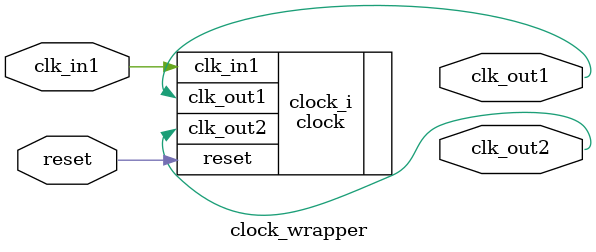
<source format=v>
`timescale 1 ps / 1 ps

module clock_wrapper
   (clk_in1,
    clk_out1,
    clk_out2,
    reset);
  input clk_in1;
  output clk_out1;
  output clk_out2;
  input reset;

  wire clk_in1;
  wire clk_out1;
  wire clk_out2;
  wire reset;

  clock clock_i
       (.clk_in1(clk_in1),
        .clk_out1(clk_out1),
        .clk_out2(clk_out2),
        .reset(reset));
endmodule

</source>
